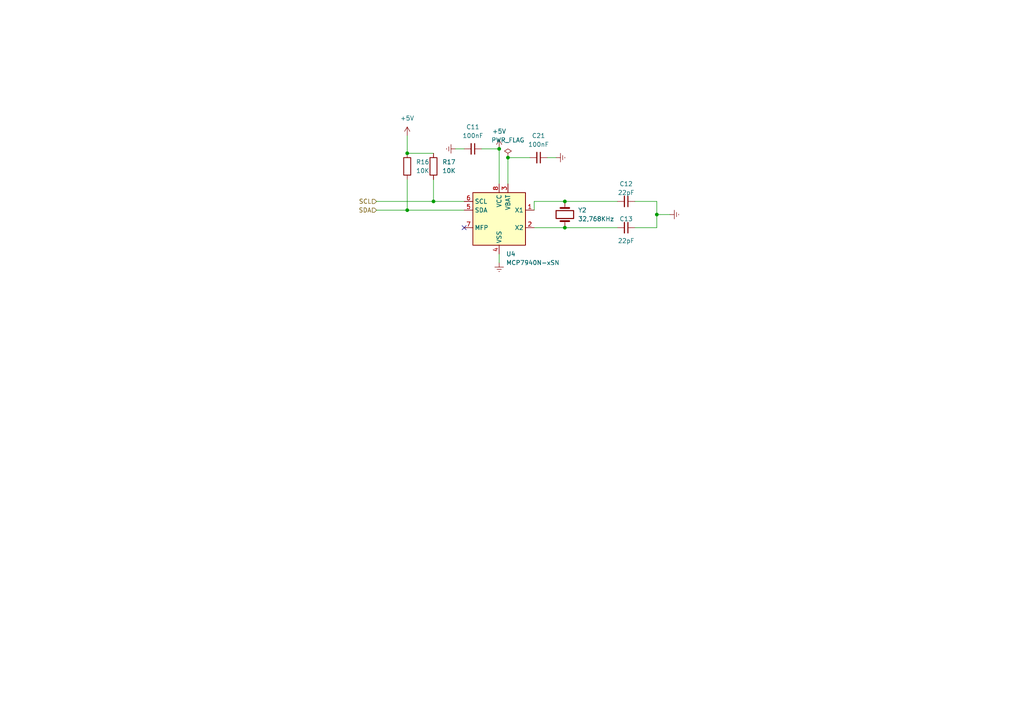
<source format=kicad_sch>
(kicad_sch (version 20211123) (generator eeschema)

  (uuid 02088e29-b52f-4074-be45-3e62c972d21f)

  (paper "A4")

  (lib_symbols
    (symbol "Device:C_Small" (pin_numbers hide) (pin_names (offset 0.254) hide) (in_bom yes) (on_board yes)
      (property "Reference" "C" (id 0) (at 0.254 1.778 0)
        (effects (font (size 1.27 1.27)) (justify left))
      )
      (property "Value" "C_Small" (id 1) (at 0.254 -2.032 0)
        (effects (font (size 1.27 1.27)) (justify left))
      )
      (property "Footprint" "" (id 2) (at 0 0 0)
        (effects (font (size 1.27 1.27)) hide)
      )
      (property "Datasheet" "~" (id 3) (at 0 0 0)
        (effects (font (size 1.27 1.27)) hide)
      )
      (property "ki_keywords" "capacitor cap" (id 4) (at 0 0 0)
        (effects (font (size 1.27 1.27)) hide)
      )
      (property "ki_description" "Unpolarized capacitor, small symbol" (id 5) (at 0 0 0)
        (effects (font (size 1.27 1.27)) hide)
      )
      (property "ki_fp_filters" "C_*" (id 6) (at 0 0 0)
        (effects (font (size 1.27 1.27)) hide)
      )
      (symbol "C_Small_0_1"
        (polyline
          (pts
            (xy -1.524 -0.508)
            (xy 1.524 -0.508)
          )
          (stroke (width 0.3302) (type default) (color 0 0 0 0))
          (fill (type none))
        )
        (polyline
          (pts
            (xy -1.524 0.508)
            (xy 1.524 0.508)
          )
          (stroke (width 0.3048) (type default) (color 0 0 0 0))
          (fill (type none))
        )
      )
      (symbol "C_Small_1_1"
        (pin passive line (at 0 2.54 270) (length 2.032)
          (name "~" (effects (font (size 1.27 1.27))))
          (number "1" (effects (font (size 1.27 1.27))))
        )
        (pin passive line (at 0 -2.54 90) (length 2.032)
          (name "~" (effects (font (size 1.27 1.27))))
          (number "2" (effects (font (size 1.27 1.27))))
        )
      )
    )
    (symbol "Device:Crystal" (pin_numbers hide) (pin_names (offset 1.016) hide) (in_bom yes) (on_board yes)
      (property "Reference" "Y" (id 0) (at 0 3.81 0)
        (effects (font (size 1.27 1.27)))
      )
      (property "Value" "Crystal" (id 1) (at 0 -3.81 0)
        (effects (font (size 1.27 1.27)))
      )
      (property "Footprint" "" (id 2) (at 0 0 0)
        (effects (font (size 1.27 1.27)) hide)
      )
      (property "Datasheet" "~" (id 3) (at 0 0 0)
        (effects (font (size 1.27 1.27)) hide)
      )
      (property "ki_keywords" "quartz ceramic resonator oscillator" (id 4) (at 0 0 0)
        (effects (font (size 1.27 1.27)) hide)
      )
      (property "ki_description" "Two pin crystal" (id 5) (at 0 0 0)
        (effects (font (size 1.27 1.27)) hide)
      )
      (property "ki_fp_filters" "Crystal*" (id 6) (at 0 0 0)
        (effects (font (size 1.27 1.27)) hide)
      )
      (symbol "Crystal_0_1"
        (rectangle (start -1.143 2.54) (end 1.143 -2.54)
          (stroke (width 0.3048) (type default) (color 0 0 0 0))
          (fill (type none))
        )
        (polyline
          (pts
            (xy -2.54 0)
            (xy -1.905 0)
          )
          (stroke (width 0) (type default) (color 0 0 0 0))
          (fill (type none))
        )
        (polyline
          (pts
            (xy -1.905 -1.27)
            (xy -1.905 1.27)
          )
          (stroke (width 0.508) (type default) (color 0 0 0 0))
          (fill (type none))
        )
        (polyline
          (pts
            (xy 1.905 -1.27)
            (xy 1.905 1.27)
          )
          (stroke (width 0.508) (type default) (color 0 0 0 0))
          (fill (type none))
        )
        (polyline
          (pts
            (xy 2.54 0)
            (xy 1.905 0)
          )
          (stroke (width 0) (type default) (color 0 0 0 0))
          (fill (type none))
        )
      )
      (symbol "Crystal_1_1"
        (pin passive line (at -3.81 0 0) (length 1.27)
          (name "1" (effects (font (size 1.27 1.27))))
          (number "1" (effects (font (size 1.27 1.27))))
        )
        (pin passive line (at 3.81 0 180) (length 1.27)
          (name "2" (effects (font (size 1.27 1.27))))
          (number "2" (effects (font (size 1.27 1.27))))
        )
      )
    )
    (symbol "Device:R" (pin_numbers hide) (pin_names (offset 0)) (in_bom yes) (on_board yes)
      (property "Reference" "R" (id 0) (at 2.032 0 90)
        (effects (font (size 1.27 1.27)))
      )
      (property "Value" "R" (id 1) (at 0 0 90)
        (effects (font (size 1.27 1.27)))
      )
      (property "Footprint" "" (id 2) (at -1.778 0 90)
        (effects (font (size 1.27 1.27)) hide)
      )
      (property "Datasheet" "~" (id 3) (at 0 0 0)
        (effects (font (size 1.27 1.27)) hide)
      )
      (property "ki_keywords" "R res resistor" (id 4) (at 0 0 0)
        (effects (font (size 1.27 1.27)) hide)
      )
      (property "ki_description" "Resistor" (id 5) (at 0 0 0)
        (effects (font (size 1.27 1.27)) hide)
      )
      (property "ki_fp_filters" "R_*" (id 6) (at 0 0 0)
        (effects (font (size 1.27 1.27)) hide)
      )
      (symbol "R_0_1"
        (rectangle (start -1.016 -2.54) (end 1.016 2.54)
          (stroke (width 0.254) (type default) (color 0 0 0 0))
          (fill (type none))
        )
      )
      (symbol "R_1_1"
        (pin passive line (at 0 3.81 270) (length 1.27)
          (name "~" (effects (font (size 1.27 1.27))))
          (number "1" (effects (font (size 1.27 1.27))))
        )
        (pin passive line (at 0 -3.81 90) (length 1.27)
          (name "~" (effects (font (size 1.27 1.27))))
          (number "2" (effects (font (size 1.27 1.27))))
        )
      )
    )
    (symbol "Timer_RTC:MCP7940N-xSN" (in_bom yes) (on_board yes)
      (property "Reference" "U" (id 0) (at -6.35 8.89 0)
        (effects (font (size 1.27 1.27)))
      )
      (property "Value" "MCP7940N-xSN" (id 1) (at 11.43 8.89 0)
        (effects (font (size 1.27 1.27)))
      )
      (property "Footprint" "" (id 2) (at 0 0 0)
        (effects (font (size 1.27 1.27)) hide)
      )
      (property "Datasheet" "http://ww1.microchip.com/downloads/en/DeviceDoc/20005010F.pdf" (id 3) (at 0 0 0)
        (effects (font (size 1.27 1.27)) hide)
      )
      (property "ki_keywords" "realtime clock RTC" (id 4) (at 0 0 0)
        (effects (font (size 1.27 1.27)) hide)
      )
      (property "ki_description" "Real-Time Clock, I2C, Battery Backup, SOIC-8" (id 5) (at 0 0 0)
        (effects (font (size 1.27 1.27)) hide)
      )
      (property "ki_fp_filters" "SOIC*3.9x4.9mm*P1.27mm* TSSOP*4.4x3mm*P0.65mm* MSOP*3x3mm*P0.65mm* DIP*W7.62mm*" (id 6) (at 0 0 0)
        (effects (font (size 1.27 1.27)) hide)
      )
      (symbol "MCP7940N-xSN_0_1"
        (rectangle (start -7.62 7.62) (end 7.62 -7.62)
          (stroke (width 0.254) (type default) (color 0 0 0 0))
          (fill (type background))
        )
      )
      (symbol "MCP7940N-xSN_1_1"
        (pin input line (at 10.16 2.54 180) (length 2.54)
          (name "X1" (effects (font (size 1.27 1.27))))
          (number "1" (effects (font (size 1.27 1.27))))
        )
        (pin output line (at 10.16 -2.54 180) (length 2.54)
          (name "X2" (effects (font (size 1.27 1.27))))
          (number "2" (effects (font (size 1.27 1.27))))
        )
        (pin power_in line (at 2.54 10.16 270) (length 2.54)
          (name "VBAT" (effects (font (size 1.27 1.27))))
          (number "3" (effects (font (size 1.27 1.27))))
        )
        (pin power_in line (at 0 -10.16 90) (length 2.54)
          (name "VSS" (effects (font (size 1.27 1.27))))
          (number "4" (effects (font (size 1.27 1.27))))
        )
        (pin bidirectional line (at -10.16 2.54 0) (length 2.54)
          (name "SDA" (effects (font (size 1.27 1.27))))
          (number "5" (effects (font (size 1.27 1.27))))
        )
        (pin input line (at -10.16 5.08 0) (length 2.54)
          (name "SCL" (effects (font (size 1.27 1.27))))
          (number "6" (effects (font (size 1.27 1.27))))
        )
        (pin open_collector line (at -10.16 -2.54 0) (length 2.54)
          (name "MFP" (effects (font (size 1.27 1.27))))
          (number "7" (effects (font (size 1.27 1.27))))
        )
        (pin power_in line (at 0 10.16 270) (length 2.54)
          (name "VCC" (effects (font (size 1.27 1.27))))
          (number "8" (effects (font (size 1.27 1.27))))
        )
      )
    )
    (symbol "power:+5V" (power) (pin_names (offset 0)) (in_bom yes) (on_board yes)
      (property "Reference" "#PWR" (id 0) (at 0 -3.81 0)
        (effects (font (size 1.27 1.27)) hide)
      )
      (property "Value" "+5V" (id 1) (at 0 3.556 0)
        (effects (font (size 1.27 1.27)))
      )
      (property "Footprint" "" (id 2) (at 0 0 0)
        (effects (font (size 1.27 1.27)) hide)
      )
      (property "Datasheet" "" (id 3) (at 0 0 0)
        (effects (font (size 1.27 1.27)) hide)
      )
      (property "ki_keywords" "power-flag" (id 4) (at 0 0 0)
        (effects (font (size 1.27 1.27)) hide)
      )
      (property "ki_description" "Power symbol creates a global label with name \"+5V\"" (id 5) (at 0 0 0)
        (effects (font (size 1.27 1.27)) hide)
      )
      (symbol "+5V_0_1"
        (polyline
          (pts
            (xy -0.762 1.27)
            (xy 0 2.54)
          )
          (stroke (width 0) (type default) (color 0 0 0 0))
          (fill (type none))
        )
        (polyline
          (pts
            (xy 0 0)
            (xy 0 2.54)
          )
          (stroke (width 0) (type default) (color 0 0 0 0))
          (fill (type none))
        )
        (polyline
          (pts
            (xy 0 2.54)
            (xy 0.762 1.27)
          )
          (stroke (width 0) (type default) (color 0 0 0 0))
          (fill (type none))
        )
      )
      (symbol "+5V_1_1"
        (pin power_in line (at 0 0 90) (length 0) hide
          (name "+5V" (effects (font (size 1.27 1.27))))
          (number "1" (effects (font (size 1.27 1.27))))
        )
      )
    )
    (symbol "power:Earth" (power) (pin_names (offset 0)) (in_bom yes) (on_board yes)
      (property "Reference" "#PWR" (id 0) (at 0 -6.35 0)
        (effects (font (size 1.27 1.27)) hide)
      )
      (property "Value" "Earth" (id 1) (at 0 -3.81 0)
        (effects (font (size 1.27 1.27)) hide)
      )
      (property "Footprint" "" (id 2) (at 0 0 0)
        (effects (font (size 1.27 1.27)) hide)
      )
      (property "Datasheet" "~" (id 3) (at 0 0 0)
        (effects (font (size 1.27 1.27)) hide)
      )
      (property "ki_keywords" "power-flag ground gnd" (id 4) (at 0 0 0)
        (effects (font (size 1.27 1.27)) hide)
      )
      (property "ki_description" "Power symbol creates a global label with name \"Earth\"" (id 5) (at 0 0 0)
        (effects (font (size 1.27 1.27)) hide)
      )
      (symbol "Earth_0_1"
        (polyline
          (pts
            (xy -0.635 -1.905)
            (xy 0.635 -1.905)
          )
          (stroke (width 0) (type default) (color 0 0 0 0))
          (fill (type none))
        )
        (polyline
          (pts
            (xy -0.127 -2.54)
            (xy 0.127 -2.54)
          )
          (stroke (width 0) (type default) (color 0 0 0 0))
          (fill (type none))
        )
        (polyline
          (pts
            (xy 0 -1.27)
            (xy 0 0)
          )
          (stroke (width 0) (type default) (color 0 0 0 0))
          (fill (type none))
        )
        (polyline
          (pts
            (xy 1.27 -1.27)
            (xy -1.27 -1.27)
          )
          (stroke (width 0) (type default) (color 0 0 0 0))
          (fill (type none))
        )
      )
      (symbol "Earth_1_1"
        (pin power_in line (at 0 0 270) (length 0) hide
          (name "Earth" (effects (font (size 1.27 1.27))))
          (number "1" (effects (font (size 1.27 1.27))))
        )
      )
    )
    (symbol "power:PWR_FLAG" (power) (pin_numbers hide) (pin_names (offset 0) hide) (in_bom yes) (on_board yes)
      (property "Reference" "#FLG" (id 0) (at 0 1.905 0)
        (effects (font (size 1.27 1.27)) hide)
      )
      (property "Value" "PWR_FLAG" (id 1) (at 0 3.81 0)
        (effects (font (size 1.27 1.27)))
      )
      (property "Footprint" "" (id 2) (at 0 0 0)
        (effects (font (size 1.27 1.27)) hide)
      )
      (property "Datasheet" "~" (id 3) (at 0 0 0)
        (effects (font (size 1.27 1.27)) hide)
      )
      (property "ki_keywords" "power-flag" (id 4) (at 0 0 0)
        (effects (font (size 1.27 1.27)) hide)
      )
      (property "ki_description" "Special symbol for telling ERC where power comes from" (id 5) (at 0 0 0)
        (effects (font (size 1.27 1.27)) hide)
      )
      (symbol "PWR_FLAG_0_0"
        (pin power_out line (at 0 0 90) (length 0)
          (name "pwr" (effects (font (size 1.27 1.27))))
          (number "1" (effects (font (size 1.27 1.27))))
        )
      )
      (symbol "PWR_FLAG_0_1"
        (polyline
          (pts
            (xy 0 0)
            (xy 0 1.27)
            (xy -1.016 1.905)
            (xy 0 2.54)
            (xy 1.016 1.905)
            (xy 0 1.27)
          )
          (stroke (width 0) (type default) (color 0 0 0 0))
          (fill (type none))
        )
      )
    )
  )

  (junction (at 163.83 66.04) (diameter 0) (color 0 0 0 0)
    (uuid 061b443a-08cd-40fa-a056-e2a9762fe976)
  )
  (junction (at 144.78 43.18) (diameter 0) (color 0 0 0 0)
    (uuid 163d3db1-28c9-40f7-a53f-f48e0df126cd)
  )
  (junction (at 147.32 45.72) (diameter 0) (color 0 0 0 0)
    (uuid 3edbebf6-b702-433f-ba90-f468d2444e55)
  )
  (junction (at 118.11 44.45) (diameter 0) (color 0 0 0 0)
    (uuid 5c60d5d8-3220-44d5-afab-a3a64811d100)
  )
  (junction (at 118.11 60.96) (diameter 0) (color 0 0 0 0)
    (uuid 64f1997d-d0f6-49f3-9f4c-16edf1b23450)
  )
  (junction (at 163.83 58.42) (diameter 0) (color 0 0 0 0)
    (uuid 91fd0201-5400-41e3-9020-ed9c5e8f3d0a)
  )
  (junction (at 125.73 58.42) (diameter 0) (color 0 0 0 0)
    (uuid 9581d001-bb27-410b-ba4d-0eed6be0d4e2)
  )
  (junction (at 190.5 62.23) (diameter 0) (color 0 0 0 0)
    (uuid 9a0b238b-d037-428f-8caf-5c1498cc5737)
  )

  (no_connect (at 134.62 66.04) (uuid fe17a12c-3b7b-4f2b-85d9-0d7d5a0cb7a9))

  (wire (pts (xy 139.7 43.18) (xy 144.78 43.18))
    (stroke (width 0) (type default) (color 0 0 0 0))
    (uuid 0da99384-f971-4a15-81d8-88dc2ff954ed)
  )
  (wire (pts (xy 163.83 58.42) (xy 179.07 58.42))
    (stroke (width 0) (type default) (color 0 0 0 0))
    (uuid 127309ef-273e-4d74-b1e5-bb1e42234b52)
  )
  (wire (pts (xy 190.5 62.23) (xy 194.31 62.23))
    (stroke (width 0) (type default) (color 0 0 0 0))
    (uuid 2ce00009-283d-478b-9db1-9c3c16d858ff)
  )
  (wire (pts (xy 109.22 60.96) (xy 118.11 60.96))
    (stroke (width 0) (type default) (color 0 0 0 0))
    (uuid 2f2982cf-ea67-4be9-875b-b07e1de56be9)
  )
  (wire (pts (xy 125.73 58.42) (xy 134.62 58.42))
    (stroke (width 0) (type default) (color 0 0 0 0))
    (uuid 318e7ca0-bc76-4f86-8b55-855dc8de9da1)
  )
  (wire (pts (xy 154.94 60.96) (xy 154.94 58.42))
    (stroke (width 0) (type default) (color 0 0 0 0))
    (uuid 3bdba7df-6477-485c-8524-cca53a77afc6)
  )
  (wire (pts (xy 190.5 58.42) (xy 190.5 62.23))
    (stroke (width 0) (type default) (color 0 0 0 0))
    (uuid 4567fd16-e0e1-479b-9452-7af6df560c7f)
  )
  (wire (pts (xy 147.32 45.72) (xy 153.67 45.72))
    (stroke (width 0) (type default) (color 0 0 0 0))
    (uuid 4a05b583-832c-40f7-b98c-7a81c6beb580)
  )
  (wire (pts (xy 109.22 58.42) (xy 125.73 58.42))
    (stroke (width 0) (type default) (color 0 0 0 0))
    (uuid 528ef98b-1ee2-4833-857d-9fe3b09fdc0c)
  )
  (wire (pts (xy 144.78 43.18) (xy 144.78 53.34))
    (stroke (width 0) (type default) (color 0 0 0 0))
    (uuid 53362599-5334-4e8a-8f4e-d4dcd6ef082e)
  )
  (wire (pts (xy 125.73 52.07) (xy 125.73 58.42))
    (stroke (width 0) (type default) (color 0 0 0 0))
    (uuid 76690e6b-2bc6-451a-afe6-94b74b842f1f)
  )
  (wire (pts (xy 154.94 58.42) (xy 163.83 58.42))
    (stroke (width 0) (type default) (color 0 0 0 0))
    (uuid 7dc3acf0-45fb-41bd-a747-ea471ed02988)
  )
  (wire (pts (xy 147.32 53.34) (xy 147.32 45.72))
    (stroke (width 0) (type default) (color 0 0 0 0))
    (uuid 91d57969-812a-41f8-a9ad-7a349eecedf0)
  )
  (wire (pts (xy 154.94 66.04) (xy 163.83 66.04))
    (stroke (width 0) (type default) (color 0 0 0 0))
    (uuid 9abe36a9-f3a4-4d08-a26c-81bd77a44eff)
  )
  (wire (pts (xy 118.11 52.07) (xy 118.11 60.96))
    (stroke (width 0) (type default) (color 0 0 0 0))
    (uuid a90a7ecd-288e-40c1-8e74-d6c731262354)
  )
  (wire (pts (xy 144.78 73.66) (xy 144.78 76.2))
    (stroke (width 0) (type default) (color 0 0 0 0))
    (uuid ac0d2093-cc78-4c86-bb8e-eeadeb5186f9)
  )
  (wire (pts (xy 118.11 39.37) (xy 118.11 44.45))
    (stroke (width 0) (type default) (color 0 0 0 0))
    (uuid b1bcf29d-aba1-473e-bdac-0ae69e8cb9c5)
  )
  (wire (pts (xy 158.75 45.72) (xy 161.29 45.72))
    (stroke (width 0) (type default) (color 0 0 0 0))
    (uuid b3825a3c-7e4f-4957-8174-26a8d747b203)
  )
  (wire (pts (xy 118.11 60.96) (xy 134.62 60.96))
    (stroke (width 0) (type default) (color 0 0 0 0))
    (uuid d9f4987f-a02b-4988-af61-a3d4deb2544a)
  )
  (wire (pts (xy 190.5 62.23) (xy 190.5 66.04))
    (stroke (width 0) (type default) (color 0 0 0 0))
    (uuid dbbf4b0b-b066-4055-8176-21656891f8ec)
  )
  (wire (pts (xy 132.08 43.18) (xy 134.62 43.18))
    (stroke (width 0) (type default) (color 0 0 0 0))
    (uuid dd7dfb5b-46ee-44f3-916d-e5c8af131ce3)
  )
  (wire (pts (xy 184.15 58.42) (xy 190.5 58.42))
    (stroke (width 0) (type default) (color 0 0 0 0))
    (uuid ed064226-9f47-4ba8-bd3d-8023bd06ecb3)
  )
  (wire (pts (xy 163.83 66.04) (xy 179.07 66.04))
    (stroke (width 0) (type default) (color 0 0 0 0))
    (uuid f6dad12d-2463-4960-bcdb-30c8df188a89)
  )
  (wire (pts (xy 118.11 44.45) (xy 125.73 44.45))
    (stroke (width 0) (type default) (color 0 0 0 0))
    (uuid fabb125e-1010-44dc-9387-e3d3f2b027a4)
  )
  (wire (pts (xy 184.15 66.04) (xy 190.5 66.04))
    (stroke (width 0) (type default) (color 0 0 0 0))
    (uuid fc7e3e07-b7f0-42a1-92c9-0bcfef73a59c)
  )

  (hierarchical_label "SDA" (shape input) (at 109.22 60.96 180)
    (effects (font (size 1.27 1.27)) (justify right))
    (uuid 07fdd2a9-77fc-4923-8b0a-97af8610213e)
  )
  (hierarchical_label "SCL" (shape input) (at 109.22 58.42 180)
    (effects (font (size 1.27 1.27)) (justify right))
    (uuid 18e3a9bb-3bab-4ad3-b7b0-ccfce51d9ccc)
  )

  (symbol (lib_id "Device:R") (at 118.11 48.26 0) (unit 1)
    (in_bom yes) (on_board yes) (fields_autoplaced)
    (uuid 00518435-d0db-4f10-b657-fcec40adf73f)
    (property "Reference" "R16" (id 0) (at 120.65 46.9899 0)
      (effects (font (size 1.27 1.27)) (justify left))
    )
    (property "Value" "10K" (id 1) (at 120.65 49.5299 0)
      (effects (font (size 1.27 1.27)) (justify left))
    )
    (property "Footprint" "Resistor_SMD:R_0805_2012Metric" (id 2) (at 116.332 48.26 90)
      (effects (font (size 1.27 1.27)) hide)
    )
    (property "Datasheet" "~" (id 3) (at 118.11 48.26 0)
      (effects (font (size 1.27 1.27)) hide)
    )
    (pin "1" (uuid b4110434-286d-4226-b4bd-c21ce31672d7))
    (pin "2" (uuid 5a824e67-8e4c-4e65-8fcc-ccda11ed60e7))
  )

  (symbol (lib_id "Timer_RTC:MCP7940N-xSN") (at 144.78 63.5 0) (unit 1)
    (in_bom yes) (on_board yes) (fields_autoplaced)
    (uuid 18bb711b-1f4f-4e47-87df-3fcf4bfc2a5b)
    (property "Reference" "U4" (id 0) (at 146.7994 73.66 0)
      (effects (font (size 1.27 1.27)) (justify left))
    )
    (property "Value" "MCP7940N-xSN" (id 1) (at 146.7994 76.2 0)
      (effects (font (size 1.27 1.27)) (justify left))
    )
    (property "Footprint" "" (id 2) (at 144.78 63.5 0)
      (effects (font (size 1.27 1.27)) hide)
    )
    (property "Datasheet" "http://ww1.microchip.com/downloads/en/DeviceDoc/20005010F.pdf" (id 3) (at 144.78 63.5 0)
      (effects (font (size 1.27 1.27)) hide)
    )
    (pin "1" (uuid 3fb8b0f0-4ed2-4bbc-8e5e-82d68c9226bb))
    (pin "2" (uuid eedc380b-b738-40a6-b474-0aabe9b29ea0))
    (pin "3" (uuid cdc0a4c3-9684-48d1-8010-07cffbe1d2a8))
    (pin "4" (uuid c4d329f8-a461-45a5-8351-9ea889f40322))
    (pin "5" (uuid d95f4caa-564d-422b-aec4-e9c19fc9e116))
    (pin "6" (uuid e7bf783f-9906-4077-88fb-90e13ce3ba61))
    (pin "7" (uuid a257a4a1-e383-45e7-b5eb-a85bd21493dc))
    (pin "8" (uuid 8e80b235-c297-42f7-ac51-df7328f40b55))
  )

  (symbol (lib_id "Device:R") (at 125.73 48.26 0) (unit 1)
    (in_bom yes) (on_board yes) (fields_autoplaced)
    (uuid 3048503d-6375-4b20-8607-4ec5ba50c92a)
    (property "Reference" "R17" (id 0) (at 128.27 46.9899 0)
      (effects (font (size 1.27 1.27)) (justify left))
    )
    (property "Value" "10K" (id 1) (at 128.27 49.5299 0)
      (effects (font (size 1.27 1.27)) (justify left))
    )
    (property "Footprint" "Resistor_SMD:R_0805_2012Metric" (id 2) (at 123.952 48.26 90)
      (effects (font (size 1.27 1.27)) hide)
    )
    (property "Datasheet" "~" (id 3) (at 125.73 48.26 0)
      (effects (font (size 1.27 1.27)) hide)
    )
    (pin "1" (uuid 2baf9848-ba4e-4b63-ab5d-f6c056562744))
    (pin "2" (uuid 78568327-1d8b-43b2-acd0-0a3e25ffeeb5))
  )

  (symbol (lib_id "Device:C_Small") (at 137.16 43.18 270) (unit 1)
    (in_bom yes) (on_board yes) (fields_autoplaced)
    (uuid 3dc5e04e-6ea6-49d2-966e-a9f815a60ebb)
    (property "Reference" "C11" (id 0) (at 137.1536 36.83 90))
    (property "Value" "100nF" (id 1) (at 137.1536 39.37 90))
    (property "Footprint" "Capacitor_SMD:C_0805_2012Metric" (id 2) (at 137.16 43.18 0)
      (effects (font (size 1.27 1.27)) hide)
    )
    (property "Datasheet" "~" (id 3) (at 137.16 43.18 0)
      (effects (font (size 1.27 1.27)) hide)
    )
    (pin "1" (uuid 6b945dd9-8f00-4cc1-b044-bc32cd0dbb65))
    (pin "2" (uuid 965b3e4a-a4c6-4c50-a8d3-f186a438abbe))
  )

  (symbol (lib_id "Device:C_Small") (at 156.21 45.72 270) (unit 1)
    (in_bom yes) (on_board yes) (fields_autoplaced)
    (uuid 3e8a58a2-ba97-44ca-a7a3-f3d329f18d80)
    (property "Reference" "C21" (id 0) (at 156.2036 39.37 90))
    (property "Value" "100nF" (id 1) (at 156.2036 41.91 90))
    (property "Footprint" "Capacitor_SMD:C_0805_2012Metric" (id 2) (at 156.21 45.72 0)
      (effects (font (size 1.27 1.27)) hide)
    )
    (property "Datasheet" "~" (id 3) (at 156.21 45.72 0)
      (effects (font (size 1.27 1.27)) hide)
    )
    (pin "1" (uuid 0c9cfe70-04f2-4dcc-b75e-d313fbd597fd))
    (pin "2" (uuid 99919f16-809b-4d37-b44a-061baa0477d2))
  )

  (symbol (lib_id "power:Earth") (at 194.31 62.23 90) (unit 1)
    (in_bom yes) (on_board yes) (fields_autoplaced)
    (uuid 4f0792ca-1483-414d-affd-364de57babfd)
    (property "Reference" "#PWR024" (id 0) (at 200.66 62.23 0)
      (effects (font (size 1.27 1.27)) hide)
    )
    (property "Value" "Earth" (id 1) (at 198.12 62.23 0)
      (effects (font (size 1.27 1.27)) hide)
    )
    (property "Footprint" "" (id 2) (at 194.31 62.23 0)
      (effects (font (size 1.27 1.27)) hide)
    )
    (property "Datasheet" "~" (id 3) (at 194.31 62.23 0)
      (effects (font (size 1.27 1.27)) hide)
    )
    (pin "1" (uuid 46acd9e9-4c1d-4363-b067-8cf3580c6d1e))
  )

  (symbol (lib_id "power:Earth") (at 144.78 76.2 0) (unit 1)
    (in_bom yes) (on_board yes) (fields_autoplaced)
    (uuid 5b08d166-f6f1-4307-8791-c0978221f602)
    (property "Reference" "#PWR023" (id 0) (at 144.78 82.55 0)
      (effects (font (size 1.27 1.27)) hide)
    )
    (property "Value" "Earth" (id 1) (at 144.78 80.01 0)
      (effects (font (size 1.27 1.27)) hide)
    )
    (property "Footprint" "" (id 2) (at 144.78 76.2 0)
      (effects (font (size 1.27 1.27)) hide)
    )
    (property "Datasheet" "~" (id 3) (at 144.78 76.2 0)
      (effects (font (size 1.27 1.27)) hide)
    )
    (pin "1" (uuid 52ba507e-6032-4ec8-b59f-eefd19482a25))
  )

  (symbol (lib_id "Device:C_Small") (at 181.61 66.04 270) (unit 1)
    (in_bom yes) (on_board yes)
    (uuid 7297533c-e65e-481a-a0d1-0e26c1cbc065)
    (property "Reference" "C13" (id 0) (at 181.61 63.5 90))
    (property "Value" "22pF" (id 1) (at 181.61 69.85 90))
    (property "Footprint" "Capacitor_SMD:C_0805_2012Metric" (id 2) (at 181.61 66.04 0)
      (effects (font (size 1.27 1.27)) hide)
    )
    (property "Datasheet" "~" (id 3) (at 181.61 66.04 0)
      (effects (font (size 1.27 1.27)) hide)
    )
    (pin "1" (uuid d1d14fe6-138d-41e7-b314-d6ca2b08650e))
    (pin "2" (uuid e6c2434e-d417-4185-8b87-2038f92abea3))
  )

  (symbol (lib_id "power:Earth") (at 132.08 43.18 270) (unit 1)
    (in_bom yes) (on_board yes) (fields_autoplaced)
    (uuid 7dc12819-c173-4c31-a1b3-a00fda7281ac)
    (property "Reference" "#PWR021" (id 0) (at 125.73 43.18 0)
      (effects (font (size 1.27 1.27)) hide)
    )
    (property "Value" "Earth" (id 1) (at 128.27 43.18 0)
      (effects (font (size 1.27 1.27)) hide)
    )
    (property "Footprint" "" (id 2) (at 132.08 43.18 0)
      (effects (font (size 1.27 1.27)) hide)
    )
    (property "Datasheet" "~" (id 3) (at 132.08 43.18 0)
      (effects (font (size 1.27 1.27)) hide)
    )
    (pin "1" (uuid 737c4616-2fba-42db-9814-a5a74873eddd))
  )

  (symbol (lib_id "power:PWR_FLAG") (at 147.32 45.72 0) (unit 1)
    (in_bom yes) (on_board yes) (fields_autoplaced)
    (uuid 836a75f2-cc43-43b4-b107-25b14b42b316)
    (property "Reference" "#FLG01" (id 0) (at 147.32 43.815 0)
      (effects (font (size 1.27 1.27)) hide)
    )
    (property "Value" "PWR_FLAG" (id 1) (at 147.32 40.64 0))
    (property "Footprint" "" (id 2) (at 147.32 45.72 0)
      (effects (font (size 1.27 1.27)) hide)
    )
    (property "Datasheet" "~" (id 3) (at 147.32 45.72 0)
      (effects (font (size 1.27 1.27)) hide)
    )
    (pin "1" (uuid 58a443b5-b33b-4331-afab-484343e2188d))
  )

  (symbol (lib_id "power:+5V") (at 144.78 43.18 0) (unit 1)
    (in_bom yes) (on_board yes) (fields_autoplaced)
    (uuid a8d2a2d3-4df3-4219-80a5-ba000ce9e3c6)
    (property "Reference" "#PWR022" (id 0) (at 144.78 46.99 0)
      (effects (font (size 1.27 1.27)) hide)
    )
    (property "Value" "+5V" (id 1) (at 144.78 38.1 0))
    (property "Footprint" "" (id 2) (at 144.78 43.18 0)
      (effects (font (size 1.27 1.27)) hide)
    )
    (property "Datasheet" "" (id 3) (at 144.78 43.18 0)
      (effects (font (size 1.27 1.27)) hide)
    )
    (pin "1" (uuid d9e804b0-efb7-4d5c-8816-5c2344378047))
  )

  (symbol (lib_id "Device:C_Small") (at 181.61 58.42 270) (unit 1)
    (in_bom yes) (on_board yes)
    (uuid c55ea2c8-7a88-4895-a3e8-b2c5b01aacdd)
    (property "Reference" "C12" (id 0) (at 181.61 53.34 90))
    (property "Value" "22pF" (id 1) (at 181.61 55.88 90))
    (property "Footprint" "Capacitor_SMD:C_0805_2012Metric" (id 2) (at 181.61 58.42 0)
      (effects (font (size 1.27 1.27)) hide)
    )
    (property "Datasheet" "~" (id 3) (at 181.61 58.42 0)
      (effects (font (size 1.27 1.27)) hide)
    )
    (pin "1" (uuid ccd73d3d-fb04-4cd5-b29c-724503077aa2))
    (pin "2" (uuid b41d5de2-beec-4662-87ca-6c6a0373a6e1))
  )

  (symbol (lib_id "power:Earth") (at 161.29 45.72 90) (unit 1)
    (in_bom yes) (on_board yes) (fields_autoplaced)
    (uuid cd89deb9-2fdf-4837-993e-173522465931)
    (property "Reference" "#PWR041" (id 0) (at 167.64 45.72 0)
      (effects (font (size 1.27 1.27)) hide)
    )
    (property "Value" "Earth" (id 1) (at 165.1 45.72 0)
      (effects (font (size 1.27 1.27)) hide)
    )
    (property "Footprint" "" (id 2) (at 161.29 45.72 0)
      (effects (font (size 1.27 1.27)) hide)
    )
    (property "Datasheet" "~" (id 3) (at 161.29 45.72 0)
      (effects (font (size 1.27 1.27)) hide)
    )
    (pin "1" (uuid ea88b765-b7d6-4dad-a571-aad2c952711d))
  )

  (symbol (lib_id "Device:Crystal") (at 163.83 62.23 270) (unit 1)
    (in_bom yes) (on_board yes) (fields_autoplaced)
    (uuid e3983db3-a49c-4cf7-82fc-a109db8213ca)
    (property "Reference" "Y2" (id 0) (at 167.64 60.9599 90)
      (effects (font (size 1.27 1.27)) (justify left))
    )
    (property "Value" "32,768KHz" (id 1) (at 167.64 63.4999 90)
      (effects (font (size 1.27 1.27)) (justify left))
    )
    (property "Footprint" "Crystal_32KHZ_e_conector footprint:AB38T32768KHZ" (id 2) (at 163.83 62.23 0)
      (effects (font (size 1.27 1.27)) hide)
    )
    (property "Datasheet" "~" (id 3) (at 163.83 62.23 0)
      (effects (font (size 1.27 1.27)) hide)
    )
    (pin "1" (uuid 2709cee5-a8d1-4c1f-835f-0f67aa20d66d))
    (pin "2" (uuid cd2bb997-d200-495b-83d8-8c847734e2b3))
  )

  (symbol (lib_id "power:+5V") (at 118.11 39.37 0) (unit 1)
    (in_bom yes) (on_board yes) (fields_autoplaced)
    (uuid e8edec87-b1e5-47a9-b627-d97d4b7e649c)
    (property "Reference" "#PWR020" (id 0) (at 118.11 43.18 0)
      (effects (font (size 1.27 1.27)) hide)
    )
    (property "Value" "+5V" (id 1) (at 118.11 34.29 0))
    (property "Footprint" "" (id 2) (at 118.11 39.37 0)
      (effects (font (size 1.27 1.27)) hide)
    )
    (property "Datasheet" "" (id 3) (at 118.11 39.37 0)
      (effects (font (size 1.27 1.27)) hide)
    )
    (pin "1" (uuid de3d14b1-f8f6-4ae1-aeae-f36b7bcb0d1a))
  )
)

</source>
